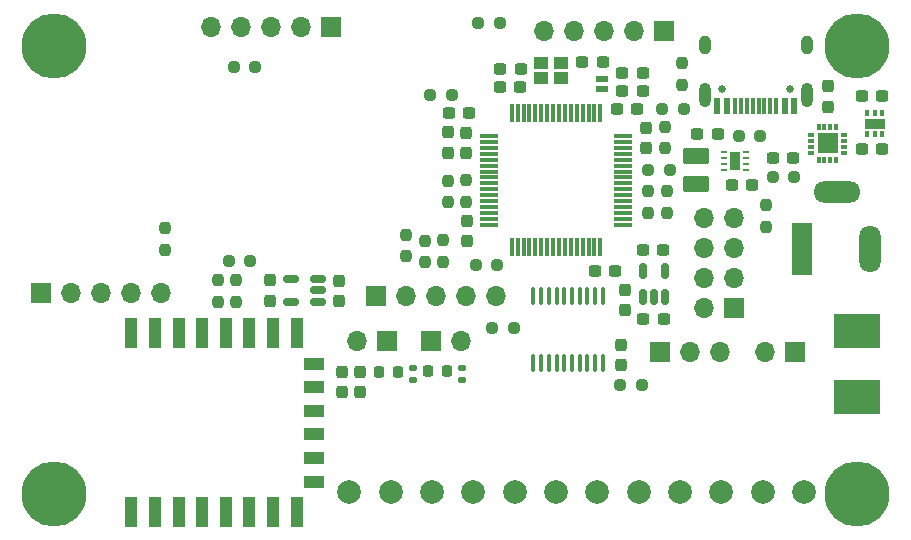
<source format=gts>
G04 #@! TF.GenerationSoftware,KiCad,Pcbnew,7.0.2-0*
G04 #@! TF.CreationDate,2023-12-31T00:12:16-06:00*
G04 #@! TF.ProjectId,spudglo_driver_v6p0,73707564-676c-46f5-9f64-72697665725f,rev?*
G04 #@! TF.SameCoordinates,Original*
G04 #@! TF.FileFunction,Soldermask,Top*
G04 #@! TF.FilePolarity,Negative*
%FSLAX46Y46*%
G04 Gerber Fmt 4.6, Leading zero omitted, Abs format (unit mm)*
G04 Created by KiCad (PCBNEW 7.0.2-0) date 2023-12-31 00:12:16*
%MOMM*%
%LPD*%
G01*
G04 APERTURE LIST*
G04 Aperture macros list*
%AMRoundRect*
0 Rectangle with rounded corners*
0 $1 Rounding radius*
0 $2 $3 $4 $5 $6 $7 $8 $9 X,Y pos of 4 corners*
0 Add a 4 corners polygon primitive as box body*
4,1,4,$2,$3,$4,$5,$6,$7,$8,$9,$2,$3,0*
0 Add four circle primitives for the rounded corners*
1,1,$1+$1,$2,$3*
1,1,$1+$1,$4,$5*
1,1,$1+$1,$6,$7*
1,1,$1+$1,$8,$9*
0 Add four rect primitives between the rounded corners*
20,1,$1+$1,$2,$3,$4,$5,0*
20,1,$1+$1,$4,$5,$6,$7,0*
20,1,$1+$1,$6,$7,$8,$9,0*
20,1,$1+$1,$8,$9,$2,$3,0*%
G04 Aperture macros list end*
%ADD10RoundRect,0.237500X0.237500X-0.250000X0.237500X0.250000X-0.237500X0.250000X-0.237500X-0.250000X0*%
%ADD11RoundRect,0.237500X-0.300000X-0.237500X0.300000X-0.237500X0.300000X0.237500X-0.300000X0.237500X0*%
%ADD12R,1.700000X1.700000*%
%ADD13O,1.700000X1.700000*%
%ADD14R,1.140000X0.575000*%
%ADD15RoundRect,0.075000X-0.075000X0.700000X-0.075000X-0.700000X0.075000X-0.700000X0.075000X0.700000X0*%
%ADD16RoundRect,0.075000X-0.700000X0.075000X-0.700000X-0.075000X0.700000X-0.075000X0.700000X0.075000X0*%
%ADD17RoundRect,0.237500X0.300000X0.237500X-0.300000X0.237500X-0.300000X-0.237500X0.300000X-0.237500X0*%
%ADD18RoundRect,0.237500X0.237500X-0.300000X0.237500X0.300000X-0.237500X0.300000X-0.237500X-0.300000X0*%
%ADD19RoundRect,0.237500X-0.250000X-0.237500X0.250000X-0.237500X0.250000X0.237500X-0.250000X0.237500X0*%
%ADD20C,5.500000*%
%ADD21R,4.000000X3.000000*%
%ADD22R,1.200000X1.000000*%
%ADD23RoundRect,0.237500X-0.237500X0.250000X-0.237500X-0.250000X0.237500X-0.250000X0.237500X0.250000X0*%
%ADD24RoundRect,0.237500X0.250000X0.237500X-0.250000X0.237500X-0.250000X-0.237500X0.250000X-0.237500X0*%
%ADD25C,2.000000*%
%ADD26RoundRect,0.150000X0.150000X-0.512500X0.150000X0.512500X-0.150000X0.512500X-0.150000X-0.512500X0*%
%ADD27RoundRect,0.218750X0.218750X0.256250X-0.218750X0.256250X-0.218750X-0.256250X0.218750X-0.256250X0*%
%ADD28RoundRect,0.135000X-0.185000X0.135000X-0.185000X-0.135000X0.185000X-0.135000X0.185000X0.135000X0*%
%ADD29R,1.800000X4.400000*%
%ADD30O,1.800000X4.000000*%
%ADD31O,4.000000X1.800000*%
%ADD32C,0.650000*%
%ADD33R,0.600000X1.450000*%
%ADD34R,0.300000X1.450000*%
%ADD35O,1.000000X2.100000*%
%ADD36O,1.000000X1.600000*%
%ADD37R,1.000000X2.500000*%
%ADD38R,1.800000X1.000000*%
%ADD39RoundRect,0.237500X-0.237500X0.300000X-0.237500X-0.300000X0.237500X-0.300000X0.237500X0.300000X0*%
%ADD40R,0.400000X0.470000*%
%ADD41R,1.700000X0.950000*%
%ADD42R,0.300000X0.625000*%
%ADD43R,0.625000X0.300000*%
%ADD44RoundRect,0.250001X0.849999X-0.462499X0.849999X0.462499X-0.849999X0.462499X-0.849999X-0.462499X0*%
%ADD45R,0.500000X0.250000*%
%ADD46R,0.900000X1.600000*%
%ADD47RoundRect,0.150000X0.512500X0.150000X-0.512500X0.150000X-0.512500X-0.150000X0.512500X-0.150000X0*%
%ADD48RoundRect,0.100000X-0.100000X0.637500X-0.100000X-0.637500X0.100000X-0.637500X0.100000X0.637500X0*%
G04 APERTURE END LIST*
D10*
X131840000Y-152285000D03*
X131840000Y-150460000D03*
D11*
X121455000Y-160110000D03*
X123180000Y-160110000D03*
D12*
X70495000Y-157910000D03*
D13*
X73035000Y-157910000D03*
X75575000Y-157910000D03*
X78115000Y-157910000D03*
X80655000Y-157910000D03*
D14*
X117940000Y-140601000D03*
X117940000Y-139776000D03*
D10*
X86960000Y-158660000D03*
X86960000Y-156835000D03*
D15*
X117810000Y-142690000D03*
X117310000Y-142690000D03*
X116810000Y-142690000D03*
X116310000Y-142690000D03*
X115810000Y-142690000D03*
X115310000Y-142690000D03*
X114810000Y-142690000D03*
X114310000Y-142690000D03*
X113810000Y-142690000D03*
X113310000Y-142690000D03*
X112810000Y-142690000D03*
X112310000Y-142690000D03*
X111810000Y-142690000D03*
X111310000Y-142690000D03*
X110810000Y-142690000D03*
X110310000Y-142690000D03*
D16*
X108385000Y-144615000D03*
X108385000Y-145115000D03*
X108385000Y-145615000D03*
X108385000Y-146115000D03*
X108385000Y-146615000D03*
X108385000Y-147115000D03*
X108385000Y-147615000D03*
X108385000Y-148115000D03*
X108385000Y-148615000D03*
X108385000Y-149115000D03*
X108385000Y-149615000D03*
X108385000Y-150115000D03*
X108385000Y-150615000D03*
X108385000Y-151115000D03*
X108385000Y-151615000D03*
X108385000Y-152115000D03*
D15*
X110310000Y-154040000D03*
X110810000Y-154040000D03*
X111310000Y-154040000D03*
X111810000Y-154040000D03*
X112310000Y-154040000D03*
X112810000Y-154040000D03*
X113310000Y-154040000D03*
X113810000Y-154040000D03*
X114310000Y-154040000D03*
X114810000Y-154040000D03*
X115310000Y-154040000D03*
X115810000Y-154040000D03*
X116310000Y-154040000D03*
X116810000Y-154040000D03*
X117310000Y-154040000D03*
X117810000Y-154040000D03*
D16*
X119735000Y-152115000D03*
X119735000Y-151615000D03*
X119735000Y-151115000D03*
X119735000Y-150615000D03*
X119735000Y-150115000D03*
X119735000Y-149615000D03*
X119735000Y-149115000D03*
X119735000Y-148615000D03*
X119735000Y-148115000D03*
X119735000Y-147615000D03*
X119735000Y-147115000D03*
X119735000Y-146615000D03*
X119735000Y-146115000D03*
X119735000Y-145615000D03*
X119735000Y-145115000D03*
X119735000Y-144615000D03*
D17*
X106710000Y-142690000D03*
X104985000Y-142690000D03*
D11*
X126030001Y-144459998D03*
X127755001Y-144459998D03*
D18*
X97470000Y-166285000D03*
X97470000Y-164560000D03*
D12*
X99770000Y-161950000D03*
D13*
X97230000Y-161950000D03*
D12*
X94966954Y-135413294D03*
D13*
X92426954Y-135413294D03*
X89886954Y-135413294D03*
X87346954Y-135413294D03*
X84806954Y-135413294D03*
D10*
X101370000Y-154785000D03*
X101370000Y-152960000D03*
D19*
X107245000Y-155540000D03*
X109070000Y-155540000D03*
D20*
X139570812Y-174950000D03*
D21*
X139570000Y-161130001D03*
X139570000Y-166730001D03*
D22*
X112820000Y-139710000D03*
X114520000Y-139710000D03*
X114520000Y-138410000D03*
X112820000Y-138410000D03*
D23*
X106460000Y-148365000D03*
X106460000Y-150190000D03*
D18*
X106470000Y-146032500D03*
X106470000Y-144307500D03*
D24*
X134220000Y-148090000D03*
X132395000Y-148090000D03*
X109300000Y-135070000D03*
X107475000Y-135070000D03*
D18*
X106510000Y-153520000D03*
X106510000Y-151795000D03*
D10*
X102930000Y-155310000D03*
X102930000Y-153485000D03*
D23*
X121830000Y-149270000D03*
X121830000Y-151095000D03*
D17*
X119074999Y-156005002D03*
X117349999Y-156005002D03*
D11*
X119680000Y-139240000D03*
X121405000Y-139240000D03*
D12*
X134310000Y-162890000D03*
D13*
X131770000Y-162890000D03*
D10*
X124760000Y-140280000D03*
X124760000Y-138455000D03*
D12*
X123230048Y-135719976D03*
D13*
X120690048Y-135719976D03*
X118150048Y-135719976D03*
X115610048Y-135719976D03*
X113070048Y-135719976D03*
D24*
X131362500Y-144610000D03*
X129537500Y-144610000D03*
D25*
X135065818Y-174766982D03*
X131565818Y-174766982D03*
X128065818Y-174766982D03*
X124565818Y-174766982D03*
X121065818Y-174766982D03*
X117565818Y-174766982D03*
X114065818Y-174766982D03*
X110565818Y-174766982D03*
X107065818Y-174766982D03*
X103565818Y-174766982D03*
X100065818Y-174766982D03*
X96565818Y-174766982D03*
D17*
X130690000Y-148760000D03*
X128965000Y-148760000D03*
D10*
X80969999Y-154240000D03*
X80969999Y-152415000D03*
X85400000Y-158635000D03*
X85400000Y-156810000D03*
D26*
X121420000Y-158267500D03*
X122370000Y-158267500D03*
X123320000Y-158267500D03*
X123320000Y-155992500D03*
X121420000Y-155992500D03*
D17*
X111060000Y-138900000D03*
X109335000Y-138900000D03*
D11*
X109315000Y-140420000D03*
X111040000Y-140420000D03*
D12*
X129090000Y-159130000D03*
D13*
X126550000Y-159130000D03*
X129090000Y-156590000D03*
X126550000Y-156590000D03*
X129090000Y-154050000D03*
X126550000Y-154050000D03*
X129090000Y-151510000D03*
X126550000Y-151510000D03*
D27*
X100660000Y-164580000D03*
X99085000Y-164580000D03*
D19*
X123040000Y-142310000D03*
X124865000Y-142310000D03*
D28*
X106100000Y-164210000D03*
X106100000Y-165230000D03*
D10*
X104460000Y-155270000D03*
X104460000Y-153445000D03*
X104880000Y-150200000D03*
X104880000Y-148375000D03*
D20*
X139570812Y-136950000D03*
D24*
X121299999Y-165660001D03*
X119474999Y-165660001D03*
D17*
X134160000Y-146480000D03*
X132435000Y-146480000D03*
D12*
X122890000Y-162880000D03*
D13*
X125430000Y-162880000D03*
X127970000Y-162880000D03*
D29*
X134850000Y-154160000D03*
D30*
X140650000Y-154160000D03*
D31*
X137850000Y-149360000D03*
D11*
X119187500Y-142280000D03*
X120912500Y-142280000D03*
D24*
X110480000Y-160840000D03*
X108655000Y-160840000D03*
D32*
X133850000Y-140590000D03*
X128070000Y-140590000D03*
D33*
X134210000Y-142035000D03*
X133410000Y-142035000D03*
D34*
X132210000Y-142035000D03*
X131210000Y-142035000D03*
X130710000Y-142035000D03*
X129710000Y-142035000D03*
D33*
X128510000Y-142035000D03*
X127710000Y-142035000D03*
X127710000Y-142035000D03*
X128510000Y-142035000D03*
D34*
X129210000Y-142035000D03*
X130210000Y-142035000D03*
X131710000Y-142035000D03*
X132710000Y-142035000D03*
D33*
X133410000Y-142035000D03*
X134210000Y-142035000D03*
D35*
X135280000Y-141120000D03*
D36*
X135280000Y-136940000D03*
D35*
X126640000Y-141120000D03*
D36*
X126640000Y-136940000D03*
D37*
X78100000Y-176470000D03*
X80100000Y-176470000D03*
X82100000Y-176470000D03*
X84100000Y-176470000D03*
X86100000Y-176470000D03*
X88100000Y-176470000D03*
X90100000Y-176470000D03*
X92100000Y-176470000D03*
D38*
X93600000Y-173870000D03*
X93600000Y-171870000D03*
X93600000Y-169870000D03*
X93600000Y-167870000D03*
X93600000Y-165870000D03*
X93600000Y-163870000D03*
D37*
X92100000Y-161270000D03*
X90100000Y-161270000D03*
X88100000Y-161270000D03*
X86100000Y-161270000D03*
X84100000Y-161270000D03*
X82100000Y-161270000D03*
X80100000Y-161270000D03*
X78100000Y-161270000D03*
D11*
X121420000Y-154217491D03*
X123145000Y-154217491D03*
X139955000Y-141200000D03*
X141680000Y-141200000D03*
D12*
X98839924Y-158180928D03*
D13*
X101379924Y-158180928D03*
X103919924Y-158180928D03*
X106459924Y-158180928D03*
X108999924Y-158180928D03*
D39*
X119870000Y-157610000D03*
X119870000Y-159335000D03*
D24*
X88182500Y-155210000D03*
X86357500Y-155210000D03*
D40*
X141690000Y-142645000D03*
X141040000Y-142645000D03*
X140390000Y-142645000D03*
X140390000Y-144475000D03*
X141040000Y-144475000D03*
X141690000Y-144475000D03*
D41*
X141040000Y-143560000D03*
D11*
X119680000Y-140770000D03*
X121405000Y-140770000D03*
D19*
X103384999Y-141130003D03*
X105209999Y-141130003D03*
D42*
X136290000Y-146617695D03*
X136790000Y-146617695D03*
X137290000Y-146617695D03*
X137790000Y-146617695D03*
D43*
X138457500Y-146010195D03*
X138457500Y-145510195D03*
X138457500Y-145010195D03*
X138457500Y-144510195D03*
D42*
X137790000Y-143842695D03*
X137290000Y-143842695D03*
X136790000Y-143842695D03*
X136290000Y-143842695D03*
D43*
X135682500Y-144510195D03*
X135682500Y-145010195D03*
X135682500Y-145510195D03*
X135682500Y-146010195D03*
D12*
X137065000Y-145235195D03*
D18*
X95670000Y-158595000D03*
X95670000Y-156870000D03*
D12*
X103480000Y-161920000D03*
D13*
X106020000Y-161920000D03*
D44*
X125900000Y-148660000D03*
X125900000Y-146335000D03*
D11*
X116285000Y-138310000D03*
X118010000Y-138310000D03*
D24*
X88595001Y-138799997D03*
X86770001Y-138799997D03*
D18*
X104930000Y-146020000D03*
X104930000Y-144295000D03*
D20*
X71570812Y-174950000D03*
D18*
X95970000Y-166305000D03*
X95970000Y-164580000D03*
D39*
X121710000Y-143890000D03*
X121710000Y-145615000D03*
D45*
X130160000Y-147440000D03*
X130160000Y-146940000D03*
X130160000Y-146440000D03*
X130160000Y-145940000D03*
X128260000Y-145940000D03*
X128260000Y-146440000D03*
X128260000Y-146940000D03*
X128260000Y-147440000D03*
D46*
X129210000Y-146690000D03*
D47*
X93930000Y-158620000D03*
X93930000Y-157670000D03*
X93930000Y-156720000D03*
X91655000Y-156720000D03*
X91655000Y-158620000D03*
D48*
X118000000Y-158110000D03*
X117350000Y-158110000D03*
X116700000Y-158110000D03*
X116050000Y-158110000D03*
X115400000Y-158110000D03*
X114750000Y-158110000D03*
X114100000Y-158110000D03*
X113450000Y-158110000D03*
X112800000Y-158110000D03*
X112150000Y-158110000D03*
X112150000Y-163835000D03*
X112800000Y-163835000D03*
X113450000Y-163835000D03*
X114100000Y-163835000D03*
X114750000Y-163835000D03*
X115400000Y-163835000D03*
X116050000Y-163835000D03*
X116700000Y-163835000D03*
X117350000Y-163835000D03*
X118000000Y-163835000D03*
D23*
X123430000Y-149260000D03*
X123430000Y-151085000D03*
D27*
X104795000Y-164520000D03*
X103220000Y-164520000D03*
D20*
X71570812Y-136950000D03*
D11*
X139960001Y-145679996D03*
X141685001Y-145679996D03*
D18*
X89880000Y-158560000D03*
X89880000Y-156835000D03*
D23*
X123250000Y-143830000D03*
X123250000Y-145655000D03*
D24*
X123675000Y-147490000D03*
X121850000Y-147490000D03*
D18*
X119580000Y-164002500D03*
X119580000Y-162277500D03*
D28*
X101940000Y-164230000D03*
X101940000Y-165250000D03*
D18*
X137109994Y-142120000D03*
X137109994Y-140395000D03*
M02*

</source>
